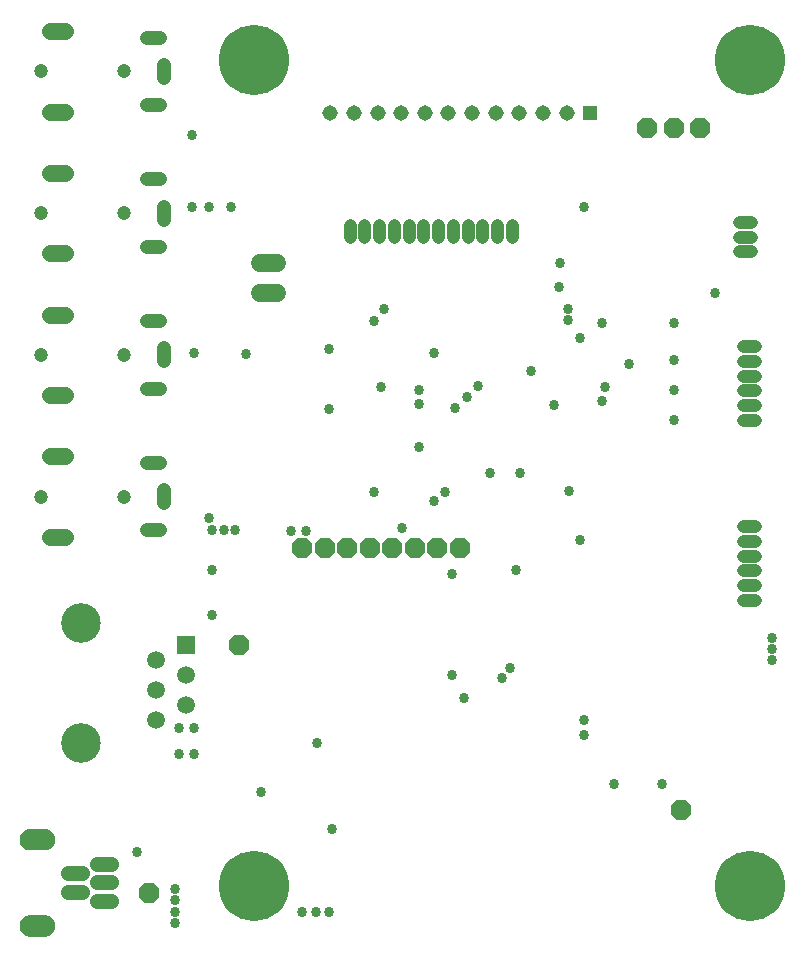
<source format=gbr>
G04 EAGLE Gerber RS-274X export*
G75*
%MOMM*%
%FSLAX34Y34*%
%LPD*%
%INSoldermask Bottom*%
%IPPOS*%
%AMOC8*
5,1,8,0,0,1.08239X$1,22.5*%
G01*
%ADD10R,1.499600X1.499600*%
%ADD11C,1.499600*%
%ADD12C,3.351600*%
%ADD13C,1.409600*%
%ADD14C,1.201600*%
%ADD15C,1.209600*%
%ADD16C,0.600000*%
%ADD17R,2.401550X1.196059*%
%ADD18R,2.402081X1.207381*%
%ADD19C,0.801600*%
%ADD20C,1.309600*%
%ADD21C,1.524000*%
%ADD22C,1.117600*%
%ADD23C,1.309600*%
%ADD24R,1.309600X1.309600*%
%ADD25C,5.943600*%
%ADD26P,1.842011X8X22.500000*%
%ADD27C,0.858000*%


D10*
X142600Y254000D03*
D11*
X117200Y241300D03*
X142600Y228600D03*
X117200Y215900D03*
X142600Y203200D03*
X117200Y190500D03*
D12*
X53700Y273100D03*
X53700Y171500D03*
D13*
X40540Y414000D02*
X27460Y414000D01*
D14*
X90000Y380000D03*
X20000Y380000D03*
D13*
X27460Y346000D02*
X40540Y346000D01*
D15*
X109460Y408500D02*
X120540Y408500D01*
X124000Y385540D02*
X124000Y374460D01*
X120540Y351500D02*
X109460Y351500D01*
D16*
X22510Y95840D02*
X22662Y95838D01*
X22814Y95832D01*
X22966Y95823D01*
X23117Y95809D01*
X23268Y95792D01*
X23419Y95771D01*
X23569Y95746D01*
X23718Y95717D01*
X23866Y95685D01*
X24014Y95648D01*
X24161Y95609D01*
X24306Y95565D01*
X24451Y95517D01*
X24594Y95467D01*
X24736Y95412D01*
X24876Y95354D01*
X25015Y95292D01*
X25152Y95227D01*
X25288Y95158D01*
X25422Y95086D01*
X25554Y95011D01*
X25684Y94932D01*
X25812Y94850D01*
X25938Y94765D01*
X26061Y94676D01*
X26183Y94585D01*
X26302Y94490D01*
X26418Y94393D01*
X26532Y94292D01*
X26644Y94189D01*
X26753Y94083D01*
X26859Y93974D01*
X26962Y93862D01*
X27063Y93748D01*
X27160Y93632D01*
X27255Y93513D01*
X27346Y93391D01*
X27435Y93268D01*
X27520Y93142D01*
X27602Y93014D01*
X27681Y92884D01*
X27756Y92752D01*
X27828Y92618D01*
X27897Y92482D01*
X27962Y92345D01*
X28024Y92206D01*
X28082Y92066D01*
X28137Y91924D01*
X28187Y91781D01*
X28235Y91636D01*
X28279Y91491D01*
X28318Y91344D01*
X28355Y91196D01*
X28387Y91048D01*
X28416Y90899D01*
X28441Y90749D01*
X28462Y90598D01*
X28479Y90447D01*
X28493Y90296D01*
X28502Y90144D01*
X28508Y89992D01*
X28510Y89840D01*
X28508Y89688D01*
X28502Y89536D01*
X28493Y89384D01*
X28479Y89233D01*
X28462Y89082D01*
X28441Y88931D01*
X28416Y88781D01*
X28387Y88632D01*
X28355Y88484D01*
X28318Y88336D01*
X28279Y88189D01*
X28235Y88044D01*
X28187Y87899D01*
X28137Y87756D01*
X28082Y87614D01*
X28024Y87474D01*
X27962Y87335D01*
X27897Y87198D01*
X27828Y87062D01*
X27756Y86928D01*
X27681Y86796D01*
X27602Y86666D01*
X27520Y86538D01*
X27435Y86412D01*
X27346Y86289D01*
X27255Y86167D01*
X27160Y86048D01*
X27063Y85932D01*
X26962Y85818D01*
X26859Y85706D01*
X26753Y85597D01*
X26644Y85491D01*
X26532Y85388D01*
X26418Y85287D01*
X26302Y85190D01*
X26183Y85095D01*
X26061Y85004D01*
X25938Y84915D01*
X25812Y84830D01*
X25684Y84748D01*
X25554Y84669D01*
X25422Y84594D01*
X25288Y84522D01*
X25152Y84453D01*
X25015Y84388D01*
X24876Y84326D01*
X24736Y84268D01*
X24594Y84213D01*
X24451Y84163D01*
X24306Y84115D01*
X24161Y84071D01*
X24014Y84032D01*
X23866Y83995D01*
X23718Y83963D01*
X23569Y83934D01*
X23419Y83909D01*
X23268Y83888D01*
X23117Y83871D01*
X22966Y83857D01*
X22814Y83848D01*
X22662Y83842D01*
X22510Y83840D01*
X10510Y83840D01*
X10358Y83842D01*
X10206Y83848D01*
X10054Y83857D01*
X9903Y83871D01*
X9752Y83888D01*
X9601Y83909D01*
X9451Y83934D01*
X9302Y83963D01*
X9154Y83995D01*
X9006Y84032D01*
X8859Y84071D01*
X8714Y84115D01*
X8569Y84163D01*
X8426Y84213D01*
X8284Y84268D01*
X8144Y84326D01*
X8005Y84388D01*
X7868Y84453D01*
X7732Y84522D01*
X7598Y84594D01*
X7466Y84669D01*
X7336Y84748D01*
X7208Y84830D01*
X7082Y84915D01*
X6959Y85004D01*
X6837Y85095D01*
X6718Y85190D01*
X6602Y85287D01*
X6488Y85388D01*
X6376Y85491D01*
X6267Y85597D01*
X6161Y85706D01*
X6058Y85818D01*
X5957Y85932D01*
X5860Y86048D01*
X5765Y86167D01*
X5674Y86289D01*
X5585Y86412D01*
X5500Y86538D01*
X5418Y86666D01*
X5339Y86796D01*
X5264Y86928D01*
X5192Y87062D01*
X5123Y87198D01*
X5058Y87335D01*
X4996Y87474D01*
X4938Y87614D01*
X4883Y87756D01*
X4833Y87899D01*
X4785Y88044D01*
X4741Y88189D01*
X4702Y88336D01*
X4665Y88484D01*
X4633Y88632D01*
X4604Y88781D01*
X4579Y88931D01*
X4558Y89082D01*
X4541Y89233D01*
X4527Y89384D01*
X4518Y89536D01*
X4512Y89688D01*
X4510Y89840D01*
X4512Y89992D01*
X4518Y90144D01*
X4527Y90296D01*
X4541Y90447D01*
X4558Y90598D01*
X4579Y90749D01*
X4604Y90899D01*
X4633Y91048D01*
X4665Y91196D01*
X4702Y91344D01*
X4741Y91491D01*
X4785Y91636D01*
X4833Y91781D01*
X4883Y91924D01*
X4938Y92066D01*
X4996Y92206D01*
X5058Y92345D01*
X5123Y92482D01*
X5192Y92618D01*
X5264Y92752D01*
X5339Y92884D01*
X5418Y93014D01*
X5500Y93142D01*
X5585Y93268D01*
X5674Y93391D01*
X5765Y93513D01*
X5860Y93632D01*
X5957Y93748D01*
X6058Y93862D01*
X6161Y93974D01*
X6267Y94083D01*
X6376Y94189D01*
X6488Y94292D01*
X6602Y94393D01*
X6718Y94490D01*
X6837Y94585D01*
X6959Y94676D01*
X7082Y94765D01*
X7208Y94850D01*
X7336Y94932D01*
X7466Y95011D01*
X7598Y95086D01*
X7732Y95158D01*
X7868Y95227D01*
X8005Y95292D01*
X8144Y95354D01*
X8284Y95412D01*
X8426Y95467D01*
X8569Y95517D01*
X8714Y95565D01*
X8859Y95609D01*
X9006Y95648D01*
X9154Y95685D01*
X9302Y95717D01*
X9451Y95746D01*
X9601Y95771D01*
X9752Y95792D01*
X9903Y95809D01*
X10054Y95823D01*
X10206Y95832D01*
X10358Y95838D01*
X10510Y95840D01*
X22510Y95840D01*
D17*
X16502Y89860D03*
D16*
X22510Y22840D02*
X22662Y22838D01*
X22814Y22832D01*
X22966Y22823D01*
X23117Y22809D01*
X23268Y22792D01*
X23419Y22771D01*
X23569Y22746D01*
X23718Y22717D01*
X23866Y22685D01*
X24014Y22648D01*
X24161Y22609D01*
X24306Y22565D01*
X24451Y22517D01*
X24594Y22467D01*
X24736Y22412D01*
X24876Y22354D01*
X25015Y22292D01*
X25152Y22227D01*
X25288Y22158D01*
X25422Y22086D01*
X25554Y22011D01*
X25684Y21932D01*
X25812Y21850D01*
X25938Y21765D01*
X26061Y21676D01*
X26183Y21585D01*
X26302Y21490D01*
X26418Y21393D01*
X26532Y21292D01*
X26644Y21189D01*
X26753Y21083D01*
X26859Y20974D01*
X26962Y20862D01*
X27063Y20748D01*
X27160Y20632D01*
X27255Y20513D01*
X27346Y20391D01*
X27435Y20268D01*
X27520Y20142D01*
X27602Y20014D01*
X27681Y19884D01*
X27756Y19752D01*
X27828Y19618D01*
X27897Y19482D01*
X27962Y19345D01*
X28024Y19206D01*
X28082Y19066D01*
X28137Y18924D01*
X28187Y18781D01*
X28235Y18636D01*
X28279Y18491D01*
X28318Y18344D01*
X28355Y18196D01*
X28387Y18048D01*
X28416Y17899D01*
X28441Y17749D01*
X28462Y17598D01*
X28479Y17447D01*
X28493Y17296D01*
X28502Y17144D01*
X28508Y16992D01*
X28510Y16840D01*
X28508Y16688D01*
X28502Y16536D01*
X28493Y16384D01*
X28479Y16233D01*
X28462Y16082D01*
X28441Y15931D01*
X28416Y15781D01*
X28387Y15632D01*
X28355Y15484D01*
X28318Y15336D01*
X28279Y15189D01*
X28235Y15044D01*
X28187Y14899D01*
X28137Y14756D01*
X28082Y14614D01*
X28024Y14474D01*
X27962Y14335D01*
X27897Y14198D01*
X27828Y14062D01*
X27756Y13928D01*
X27681Y13796D01*
X27602Y13666D01*
X27520Y13538D01*
X27435Y13412D01*
X27346Y13289D01*
X27255Y13167D01*
X27160Y13048D01*
X27063Y12932D01*
X26962Y12818D01*
X26859Y12706D01*
X26753Y12597D01*
X26644Y12491D01*
X26532Y12388D01*
X26418Y12287D01*
X26302Y12190D01*
X26183Y12095D01*
X26061Y12004D01*
X25938Y11915D01*
X25812Y11830D01*
X25684Y11748D01*
X25554Y11669D01*
X25422Y11594D01*
X25288Y11522D01*
X25152Y11453D01*
X25015Y11388D01*
X24876Y11326D01*
X24736Y11268D01*
X24594Y11213D01*
X24451Y11163D01*
X24306Y11115D01*
X24161Y11071D01*
X24014Y11032D01*
X23866Y10995D01*
X23718Y10963D01*
X23569Y10934D01*
X23419Y10909D01*
X23268Y10888D01*
X23117Y10871D01*
X22966Y10857D01*
X22814Y10848D01*
X22662Y10842D01*
X22510Y10840D01*
X10510Y10840D01*
X10358Y10842D01*
X10206Y10848D01*
X10054Y10857D01*
X9903Y10871D01*
X9752Y10888D01*
X9601Y10909D01*
X9451Y10934D01*
X9302Y10963D01*
X9154Y10995D01*
X9006Y11032D01*
X8859Y11071D01*
X8714Y11115D01*
X8569Y11163D01*
X8426Y11213D01*
X8284Y11268D01*
X8144Y11326D01*
X8005Y11388D01*
X7868Y11453D01*
X7732Y11522D01*
X7598Y11594D01*
X7466Y11669D01*
X7336Y11748D01*
X7208Y11830D01*
X7082Y11915D01*
X6959Y12004D01*
X6837Y12095D01*
X6718Y12190D01*
X6602Y12287D01*
X6488Y12388D01*
X6376Y12491D01*
X6267Y12597D01*
X6161Y12706D01*
X6058Y12818D01*
X5957Y12932D01*
X5860Y13048D01*
X5765Y13167D01*
X5674Y13289D01*
X5585Y13412D01*
X5500Y13538D01*
X5418Y13666D01*
X5339Y13796D01*
X5264Y13928D01*
X5192Y14062D01*
X5123Y14198D01*
X5058Y14335D01*
X4996Y14474D01*
X4938Y14614D01*
X4883Y14756D01*
X4833Y14899D01*
X4785Y15044D01*
X4741Y15189D01*
X4702Y15336D01*
X4665Y15484D01*
X4633Y15632D01*
X4604Y15781D01*
X4579Y15931D01*
X4558Y16082D01*
X4541Y16233D01*
X4527Y16384D01*
X4518Y16536D01*
X4512Y16688D01*
X4510Y16840D01*
X4512Y16992D01*
X4518Y17144D01*
X4527Y17296D01*
X4541Y17447D01*
X4558Y17598D01*
X4579Y17749D01*
X4604Y17899D01*
X4633Y18048D01*
X4665Y18196D01*
X4702Y18344D01*
X4741Y18491D01*
X4785Y18636D01*
X4833Y18781D01*
X4883Y18924D01*
X4938Y19066D01*
X4996Y19206D01*
X5058Y19345D01*
X5123Y19482D01*
X5192Y19618D01*
X5264Y19752D01*
X5339Y19884D01*
X5418Y20014D01*
X5500Y20142D01*
X5585Y20268D01*
X5674Y20391D01*
X5765Y20513D01*
X5860Y20632D01*
X5957Y20748D01*
X6058Y20862D01*
X6161Y20974D01*
X6267Y21083D01*
X6376Y21189D01*
X6488Y21292D01*
X6602Y21393D01*
X6718Y21490D01*
X6837Y21585D01*
X6959Y21676D01*
X7082Y21765D01*
X7208Y21850D01*
X7336Y21932D01*
X7466Y22011D01*
X7598Y22086D01*
X7732Y22158D01*
X7868Y22227D01*
X8005Y22292D01*
X8144Y22354D01*
X8284Y22412D01*
X8426Y22467D01*
X8569Y22517D01*
X8714Y22565D01*
X8859Y22609D01*
X9006Y22648D01*
X9154Y22685D01*
X9302Y22717D01*
X9451Y22746D01*
X9601Y22771D01*
X9752Y22792D01*
X9903Y22809D01*
X10054Y22823D01*
X10206Y22832D01*
X10358Y22838D01*
X10510Y22840D01*
X22510Y22840D01*
D18*
X16500Y16803D03*
D19*
X16510Y89840D03*
X16510Y16840D03*
D20*
X67010Y37340D02*
X79090Y37340D01*
X55010Y45340D02*
X42930Y45340D01*
X67010Y53340D02*
X79090Y53340D01*
X55010Y61340D02*
X42930Y61340D01*
X67010Y69340D02*
X79090Y69340D01*
D21*
X205613Y577850D02*
X219837Y577850D01*
X219837Y552450D02*
X205613Y552450D01*
D13*
X40540Y534000D02*
X27460Y534000D01*
D14*
X90000Y500000D03*
X20000Y500000D03*
D13*
X27460Y466000D02*
X40540Y466000D01*
D15*
X109460Y528500D02*
X120540Y528500D01*
X124000Y505540D02*
X124000Y494460D01*
X120540Y471500D02*
X109460Y471500D01*
D13*
X40540Y654000D02*
X27460Y654000D01*
D14*
X90000Y620000D03*
X20000Y620000D03*
D13*
X27460Y586000D02*
X40540Y586000D01*
D15*
X109460Y648500D02*
X120540Y648500D01*
X124000Y625540D02*
X124000Y614460D01*
X120540Y591500D02*
X109460Y591500D01*
D13*
X40540Y774000D02*
X27460Y774000D01*
D14*
X90000Y740000D03*
X20000Y740000D03*
D13*
X27460Y706000D02*
X40540Y706000D01*
D15*
X109460Y768500D02*
X120540Y768500D01*
X124000Y745540D02*
X124000Y734460D01*
X120540Y711500D02*
X109460Y711500D01*
D22*
X610870Y612575D02*
X621030Y612575D01*
X621030Y600075D02*
X610870Y600075D01*
X610870Y587575D02*
X621030Y587575D01*
X418750Y599920D02*
X418750Y610080D01*
X406250Y610080D02*
X406250Y599920D01*
X393750Y599920D02*
X393750Y610080D01*
X381250Y610080D02*
X381250Y599920D01*
X368750Y599920D02*
X368750Y610080D01*
X356250Y610080D02*
X356250Y599920D01*
X343750Y599920D02*
X343750Y610080D01*
X331250Y610080D02*
X331250Y599920D01*
X318750Y599920D02*
X318750Y610080D01*
X306250Y610080D02*
X306250Y599920D01*
X293750Y599920D02*
X293750Y610080D01*
X281250Y610080D02*
X281250Y599920D01*
X614045Y507500D02*
X624205Y507500D01*
X624205Y495000D02*
X614045Y495000D01*
X614045Y482500D02*
X624205Y482500D01*
X624205Y470000D02*
X614045Y470000D01*
X614045Y457500D02*
X624205Y457500D01*
X624205Y445000D02*
X614045Y445000D01*
D23*
X365000Y704850D03*
X385000Y704850D03*
X345000Y704850D03*
X325000Y704850D03*
X305000Y704850D03*
X285000Y704850D03*
X265000Y704850D03*
X405000Y704850D03*
X425000Y704850D03*
X445000Y704850D03*
X465000Y704850D03*
D24*
X485000Y704850D03*
D22*
X614045Y355100D02*
X624205Y355100D01*
X624205Y342600D02*
X614045Y342600D01*
X614045Y330100D02*
X624205Y330100D01*
X624205Y317600D02*
X614045Y317600D01*
X614045Y305100D02*
X624205Y305100D01*
X624205Y292600D02*
X614045Y292600D01*
D25*
X620000Y50000D03*
X620000Y750000D03*
X200000Y750000D03*
X200000Y50000D03*
D26*
X336550Y336550D03*
X298450Y336550D03*
X374650Y336550D03*
X279400Y336550D03*
X355600Y336550D03*
X317500Y336550D03*
X260350Y336550D03*
X241300Y336550D03*
X561975Y114300D03*
X111125Y44450D03*
X187325Y254000D03*
X555625Y692150D03*
X533400Y692150D03*
X577850Y692150D03*
D27*
X495300Y460655D03*
X497205Y472440D03*
X555625Y527050D03*
X495300Y527050D03*
X231775Y351155D03*
X165100Y317500D03*
X165100Y279400D03*
X244475Y351155D03*
X149225Y184150D03*
X149225Y161925D03*
X368300Y314325D03*
X368300Y228600D03*
X339927Y421995D03*
X325755Y353695D03*
X263525Y454025D03*
X263525Y504825D03*
X136525Y184150D03*
X136525Y161925D03*
X133350Y47625D03*
X133350Y38100D03*
X133350Y28575D03*
X133350Y19050D03*
X241300Y28575D03*
X252730Y28575D03*
X263525Y28575D03*
X165100Y351790D03*
X174625Y351790D03*
X184150Y351790D03*
X454025Y457200D03*
X517525Y492125D03*
X458855Y557145D03*
X459740Y577850D03*
X180975Y625475D03*
X479425Y625475D03*
X638810Y241300D03*
X638810Y250825D03*
X161925Y361950D03*
X193675Y501015D03*
X476250Y342900D03*
X476250Y514350D03*
X301625Y384175D03*
X555625Y444500D03*
X555625Y469900D03*
X555625Y495300D03*
X590550Y552450D03*
X307975Y473075D03*
X149225Y501650D03*
X161925Y625475D03*
X352425Y501650D03*
X638810Y260350D03*
X266700Y98425D03*
X400050Y400050D03*
X352425Y376320D03*
X147955Y625475D03*
X147955Y686370D03*
X410250Y226100D03*
X479425Y178435D03*
X466090Y539115D03*
X310281Y538881D03*
X466224Y529590D03*
X301625Y528320D03*
X101600Y79375D03*
X206375Y129695D03*
X546100Y136525D03*
X504825Y136525D03*
X479425Y190500D03*
X417195Y234950D03*
X434975Y486255D03*
X467205Y384810D03*
X389890Y473710D03*
X339725Y469900D03*
X380365Y464622D03*
X362017Y384108D03*
X340360Y458470D03*
X370840Y454660D03*
X425383Y400117D03*
X378143Y209233D03*
X422275Y317500D03*
X254000Y171450D03*
M02*

</source>
